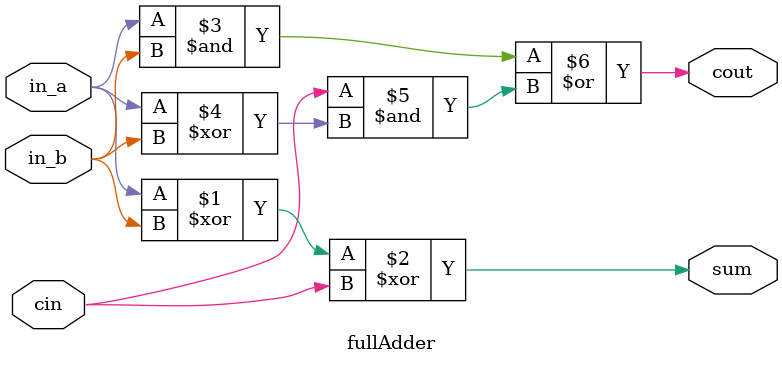
<source format=v>

module fullAdder (
    input in_a, in_b, cin,
    output sum, cout
);
    assign sum  = in_a ^ in_b ^ cin;
    assign cout = (in_a & in_b) | (cin & (in_a ^ in_b));
endmodule

</source>
